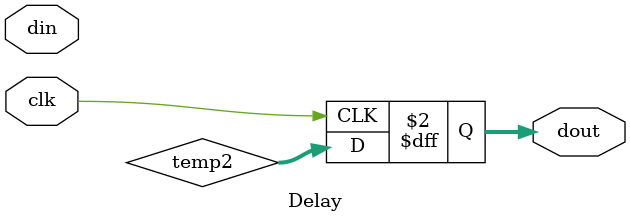
<source format=v>

module Delay(clk, din,dout);
  input clk;
  input [15:0] din;
  output reg [15:0] dout;

  //buffer register;
  reg [15:0] temp1,temp2;

  always@(posedge clk) begin
      temp1 <= din;
      dout  <= temp2;
  end
endmodule

</source>
